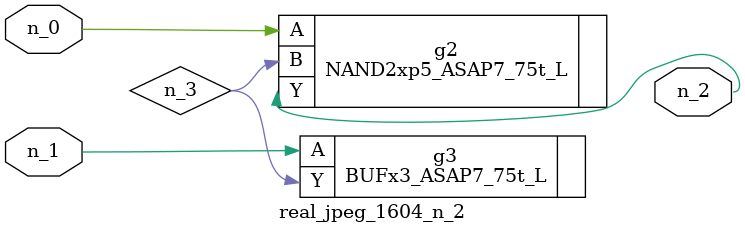
<source format=v>
module real_jpeg_1604_n_2 (n_1, n_0, n_2);

input n_1;
input n_0;

output n_2;

wire n_3;

NAND2xp5_ASAP7_75t_L g2 ( 
.A(n_0),
.B(n_3),
.Y(n_2)
);

BUFx3_ASAP7_75t_L g3 ( 
.A(n_1),
.Y(n_3)
);


endmodule
</source>
